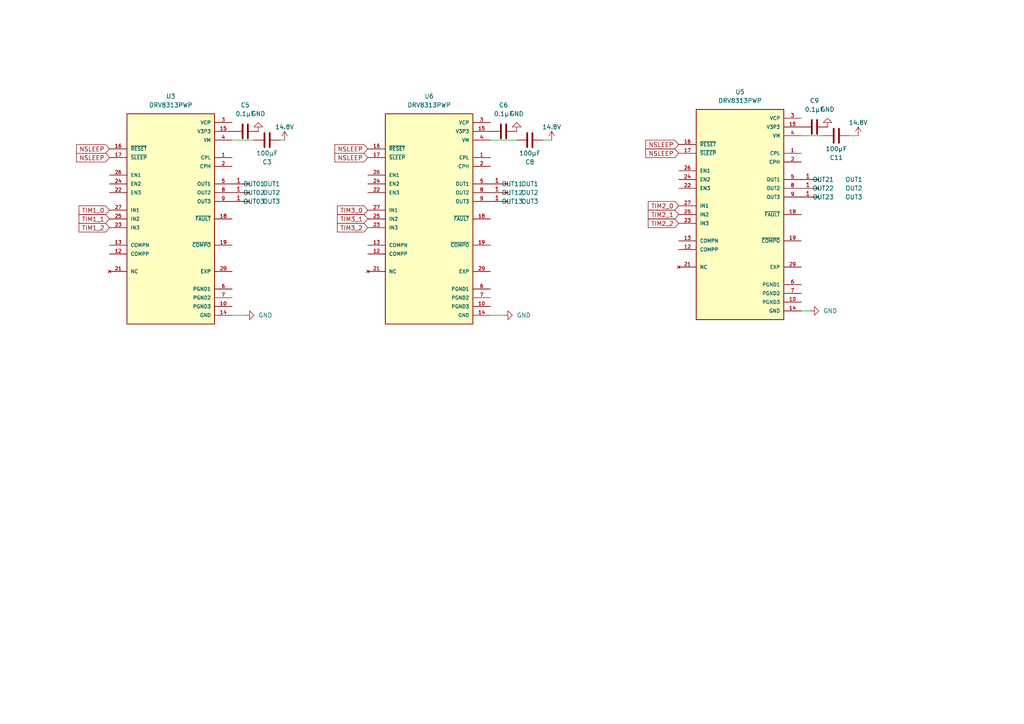
<source format=kicad_sch>
(kicad_sch (version 20250114) (generator "eeschema") (generator_version "9.0")
  (paper "A4")
  (lib_symbols
    (symbol "Connector:Conn_01x01_Pin" (pin_names (offset 1.016) (hide yes))
      (property "Reference" "J" (at 0 2.54 0))
      (property "Value" "Conn_01x01_Pin" (at 0 -2.54 0))
      (symbol "Conn_01x01_Pin_1_1"
        (rectangle (start 0.8636 0.127) (end 0 -0.127) (stroke (width 0.1524)) (fill (type outline)))
        (polyline (pts (xy 1.27 0) (xy 0.8636 0)) (stroke (width 0.1524)))
        (pin passive line (at 5.08 0 180) (length 3.81) (name "Pin_1") (number "1"))
      )
    )
    (symbol "DRV8313PWP:DRV8313PWP" (pin_names (offset 1.016))
      (property "Reference" "U" (at -12.7 31.48 0))
      (property "Value" "DRV8313PWP" (at -12.7 -33.02 0))
      (symbol "DRV8313PWP_0_0"
        (rectangle (start -12.7 -30.48) (end 12.7 30.48) (stroke (width 0.254)) (fill (type background)))
        (pin input line (at -17.78 20.32 0) (length 5.08) (name "~{RESET}") (number "16"))
        (pin input line (at -17.78 17.78 0) (length 5.08) (name "~{SLEEP}") (number "17"))
        (pin input line (at -17.78 12.7 0) (length 5.08) (name "EN1") (number "26"))
        (pin input line (at -17.78 10.16 0) (length 5.08) (name "EN2") (number "24"))
        (pin input line (at -17.78 7.62 0) (length 5.08) (name "EN3") (number "22"))
        (pin input line (at -17.78 2.54 0) (length 5.08) (name "IN1") (number "27"))
        (pin input line (at -17.78 0 0) (length 5.08) (name "IN2") (number "25"))
        (pin input line (at -17.78 -2.54 0) (length 5.08) (name "IN3") (number "23"))
        (pin input line (at -17.78 -7.62 0) (length 5.08) (name "COMPN") (number "13"))
        (pin input line (at -17.78 -10.16 0) (length 5.08) (name "COMPP") (number "12"))
        (pin no_connect line (at -17.78 -15.24 0) (length 5.08) (name "NC") (number "21"))
        (pin power_in line (at 17.78 27.94 180) (length 5.08) (name "VCP") (number "3"))
        (pin power_in line (at 17.78 25.4 180) (length 5.08) (name "V3P3") (number "15"))
        (pin power_in line (at 17.78 22.86 180) (length 5.08) (hide yes) (name "VM") (number "11"))
        (pin power_in line (at 17.78 22.86 180) (length 5.08) (name "VM") (number "4"))
        (pin power_in line (at 17.78 17.78 180) (length 5.08) (name "CPL") (number "1"))
        (pin power_in line (at 17.78 15.24 180) (length 5.08) (name "CPH") (number "2"))
        (pin output line (at 17.78 10.16 180) (length 5.08) (name "OUT1") (number "5"))
        (pin output line (at 17.78 7.62 180) (length 5.08) (name "OUT2") (number "8"))
        (pin output line (at 17.78 5.08 180) (length 5.08) (name "OUT3") (number "9"))
        (pin output line (at 17.78 0 180) (length 5.08) (name "~{FAULT}") (number "18"))
        (pin output line (at 17.78 -7.62 180) (length 5.08) (name "~{COMPO}") (number "19"))
        (pin power_in line (at 17.78 -15.24 180) (length 5.08) (name "EXP") (number "29"))
        (pin power_in line (at 17.78 -20.32 180) (length 5.08) (name "PGND1") (number "6"))
        (pin power_in line (at 17.78 -22.86 180) (length 5.08) (name "PGND2") (number "7"))
        (pin power_in line (at 17.78 -25.4 180) (length 5.08) (name "PGND3") (number "10"))
        (pin power_in line (at 17.78 -27.94 180) (length 5.08) (name "GND") (number "14"))
        (pin power_in line (at 17.78 -27.94 180) (length 5.08) (hide yes) (name "GND") (number "20"))
        (pin power_in line (at 17.78 -27.94 180) (length 5.08) (hide yes) (name "GND") (number "28"))
      )
    )
    (symbol "Device:C" (pin_numbers (hide yes)) (pin_names (offset 0.254))
      (property "Reference" "C" (at 0.635 2.54 0))
      (property "Value" "C" (at 0.635 -2.54 0))
      (symbol "C_0_1"
        (polyline (pts (xy -2.032 0.762) (xy 2.032 0.762)) (stroke (width 0.508)))
        (polyline (pts (xy -2.032 -0.762) (xy 2.032 -0.762)) (stroke (width 0.508)))
      )
      (symbol "C_1_1"
        (pin passive line (at 0 3.81 270) (length 2.794) (name "~") (number "1"))
        (pin passive line (at 0 -3.81 90) (length 2.794) (name "~") (number "2"))
      )
    )
    (symbol "power:+1V0" (power) (pin_numbers (hide yes)) (pin_names (offset 0) (hide yes))
      (property "Value" "+1V0" (at 0 3.556 0))
      (symbol "+1V0_0_1"
        (polyline (pts (xy -0.762 1.27) (xy 0 2.54)))
        (polyline (pts (xy 0 2.54) (xy 0.762 1.27)))
        (polyline (pts (xy 0 0) (xy 0 2.54)))
      )
      (symbol "+1V0_1_1"
        (pin power_in line (at 0 0 90) (length 0) (name "~") (number "1"))
      )
    )
    (symbol "power:GND" (power) (pin_numbers (hide yes)) (pin_names (offset 0) (hide yes))
      (property "Value" "GND" (at 0 -3.81 0))
      (symbol "GND_0_1"
        (polyline (pts (xy 0 0) (xy 0 -1.27) (xy 1.27 -1.27) (xy 0 -2.54) (xy -1.27 -1.27) (xy 0 -1.27)))
      )
      (symbol "GND_1_1"
        (pin power_in line (at 0 0 270) (length 0) (name "~") (number "1"))
      )
    )
  )
  (wire (pts (xy 232.41 39.37) (xy 238.76 39.37)))
  (wire (pts (xy 232.41 90.17) (xy 234.95 90.17)))
  (wire (pts (xy 81.28 40.64) (xy 82.55 40.64)))
  (wire (pts (xy 142.24 40.64) (xy 149.86 40.64)))
  (wire (pts (xy 246.38 39.37) (xy 248.92 39.37)))
  (wire (pts (xy 67.31 40.64) (xy 73.66 40.64)))
  (wire (pts (xy 142.24 91.44) (xy 146.05 91.44)))
  (wire (pts (xy 157.48 40.64) (xy 160.02 40.64)))
  (wire (pts (xy 67.31 91.44) (xy 71.12 91.44)))
  (global_label "TIM2_0" (shape input) (at 196.85 59.69 180) (property "Intersheetrefs" "${INTERSHEET_REFS}" (effects (hide yes))))
  (global_label "TIM3_1" (shape input) (at 106.68 63.5 180) (property "Intersheetrefs" "${INTERSHEET_REFS}" (effects (hide yes))))
  (global_label "NSLEEP" (shape input) (at 196.85 41.91 180) (property "Intersheetrefs" "${INTERSHEET_REFS}" (effects (hide yes))))
  (global_label "TIM1_2" (shape input) (at 31.75 66.04 180) (property "Intersheetrefs" "${INTERSHEET_REFS}" (effects (hide yes))))
  (global_label "NSLEEP" (shape input) (at 106.68 45.72 180) (property "Intersheetrefs" "${INTERSHEET_REFS}" (effects (hide yes))))
  (global_label "TIM2_1" (shape input) (at 196.85 62.23 180) (property "Intersheetrefs" "${INTERSHEET_REFS}" (effects (hide yes))))
  (global_label "NSLEEP" (shape input) (at 196.85 44.45 180) (property "Intersheetrefs" "${INTERSHEET_REFS}" (effects (hide yes))))
  (global_label "NSLEEP" (shape input) (at 106.68 43.18 180) (property "Intersheetrefs" "${INTERSHEET_REFS}" (effects (hide yes))))
  (global_label "TIM1_0" (shape input) (at 31.75 60.96 180) (property "Intersheetrefs" "${INTERSHEET_REFS}" (effects (hide yes))))
  (global_label "TIM2_2" (shape input) (at 196.85 64.77 180) (property "Intersheetrefs" "${INTERSHEET_REFS}" (effects (hide yes))))
  (global_label "TIM3_0" (shape input) (at 106.68 60.96 180) (property "Intersheetrefs" "${INTERSHEET_REFS}" (effects (hide yes))))
  (global_label "TIM1_1" (shape input) (at 31.75 63.5 180) (property "Intersheetrefs" "${INTERSHEET_REFS}" (effects (hide yes))))
  (global_label "NSLEEP" (shape input) (at 31.75 43.18 180) (property "Intersheetrefs" "${INTERSHEET_REFS}" (effects (hide yes))))
  (global_label "NSLEEP" (shape input) (at 31.75 45.72 180) (property "Intersheetrefs" "${INTERSHEET_REFS}" (effects (hide yes))))
  (global_label "TIM3_2" (shape input) (at 106.68 66.04 180) (property "Intersheetrefs" "${INTERSHEET_REFS}" (effects (hide yes))))
  (symbol (lib_id "power:GND") (at 234.95 90.17 90) (unit 1)
    (property "Reference" "#PWR018" (effects (hide yes)))
    (property "Value" "GND" (at 238.76 90.1699 90) (effects (justify right)))
    (property "Description" "Power symbol creates a global label with name \"GND\" , ground" (effects (hide yes)))
  )
  (symbol (lib_id "Connector:Conn_01x01_Pin") (at 147.32 58.42 180) (unit 1)
    (property "Reference" "OUT13" (at 148.59 58.42 0))
    (property "Value" "OUT3" (at 153.67 58.42 0))
    (property "Footprint" "Connector_PinHeader_1.00mm:PinHeader_1x01_P1.00mm_Horizontal" (effects (hide yes)))
    (property "Description" "Generic connector, single row, 01x01, script generated" (effects (hide yes)))
  )
  (symbol (lib_id "Connector:Conn_01x01_Pin") (at 72.39 53.34 180) (unit 1)
    (property "Reference" "OUT01" (at 73.66 53.34 0))
    (property "Value" "OUT1" (at 78.74 53.34 0))
    (property "Footprint" "Connector_PinHeader_1.00mm:PinHeader_1x01_P1.00mm_Horizontal" (effects (hide yes)))
    (property "Description" "Generic connector, single row, 01x01, script generated" (effects (hide yes)))
  )
  (symbol (lib_id "Connector:Conn_01x01_Pin") (at 237.49 54.61 180) (unit 1)
    (property "Reference" "OUT22" (at 238.76 54.61 0))
    (property "Value" "OUT2" (at 247.65 54.61 0))
    (property "Footprint" "Connector_PinHeader_1.00mm:PinHeader_1x01_P1.00mm_Horizontal" (effects (hide yes)))
    (property "Description" "Generic connector, single row, 01x01, script generated" (effects (hide yes)))
  )
  (symbol (lib_id "power:GND") (at 149.86 38.1 180) (unit 1)
    (property "Reference" "#PWR020" (effects (hide yes)))
    (property "Value" "GND" (at 149.86 33.02 0))
    (property "Description" "Power symbol creates a global label with name \"GND\" , ground" (effects (hide yes)))
  )
  (symbol (lib_id "Connector:Conn_01x01_Pin") (at 147.32 53.34 180) (unit 1)
    (property "Reference" "OUT11" (at 148.59 53.34 0))
    (property "Value" "OUT1" (at 153.67 53.34 0))
    (property "Footprint" "Connector_PinHeader_1.00mm:PinHeader_1x01_P1.00mm_Horizontal" (effects (hide yes)))
    (property "Description" "Generic connector, single row, 01x01, script generated" (effects (hide yes)))
  )
  (symbol (lib_id "power:GND") (at 71.12 91.44 90) (unit 1)
    (property "Reference" "#PWR016" (effects (hide yes)))
    (property "Value" "GND" (at 74.93 91.4399 90) (effects (justify right)))
    (property "Description" "Power symbol creates a global label with name \"GND\" , ground" (effects (hide yes)))
  )
  (symbol (lib_id "Connector:Conn_01x01_Pin") (at 72.39 58.42 180) (unit 1)
    (property "Reference" "OUT03" (at 73.66 58.42 0))
    (property "Value" "OUT3" (at 78.74 58.42 0))
    (property "Footprint" "Connector_PinHeader_1.00mm:PinHeader_1x01_P1.00mm_Horizontal" (effects (hide yes)))
    (property "Description" "Generic connector, single row, 01x01, script generated" (effects (hide yes)))
  )
  (symbol (lib_id "Device:C") (at 236.22 36.83 270) (unit 1)
    (property "Reference" "C9" (at 236.22 29.21 90))
    (property "Value" "0.1μF" (at 236.22 31.75 90))
    (property "Footprint" "Capacitor_SMD:C_0603_1608Metric" (effects (hide yes)))
    (property "Description" "Capacitor" (effects (hide yes)))
  )
  (symbol (lib_id "Connector:Conn_01x01_Pin") (at 237.49 52.07 180) (unit 1)
    (property "Reference" "OUT21" (at 238.76 52.07 0))
    (property "Value" "OUT1" (at 247.65 52.07 0))
    (property "Footprint" "Connector_PinHeader_1.00mm:PinHeader_1x01_P1.00mm_Horizontal" (effects (hide yes)))
    (property "Description" "Generic connector, single row, 01x01, script generated" (effects (hide yes)))
  )
  (symbol (lib_id "power:+1V0") (at 160.02 40.64 0) (unit 1)
    (property "Reference" "#PWR08" (effects (hide yes)))
    (property "Value" "14.8V" (at 160.02 36.83 0))
    (property "Description" "Power symbol creates a global label with name \"+1V0\"" (effects (hide yes)))
  )
  (symbol (lib_id "Device:C") (at 242.57 39.37 270) (unit 1)
    (property "Reference" "C11" (at 242.57 45.72 90))
    (property "Value" "100μF" (at 242.57 43.18 90))
    (property "Footprint" "Capacitor_SMD:CP_Elec_4x3" (effects (hide yes)))
    (property "Description" "Bulk Capacitor" (effects (hide yes)))
  )
  (symbol (lib_id "Device:C") (at 153.67 40.64 90) (unit 1)
    (property "Reference" "C8" (at 153.67 46.99 90))
    (property "Value" "100μF" (at 153.67 44.45 90))
    (property "Footprint" "Capacitor_SMD:CP_Elec_4x3" (effects (hide yes)))
    (property "Description" "Bulk Capacitor" (effects (hide yes)))
  )
  (symbol (lib_id "Device:C") (at 77.47 40.64 270) (unit 1)
    (property "Reference" "C3" (at 77.47 46.99 90))
    (property "Value" "100μF" (at 77.47 44.45 90))
    (property "Footprint" "Capacitor_SMD:CP_Elec_4x3" (effects (hide yes)))
    (property "Description" "Bulk Capacitor" (effects (hide yes)))
  )
  (symbol (lib_id "power:+1V0") (at 82.55 40.64 0) (unit 1)
    (property "Reference" "#PWR06" (effects (hide yes)))
    (property "Value" "14.8V" (at 82.55 36.83 0))
    (property "Description" "Power symbol creates a global label with name \"+1V0\"" (effects (hide yes)))
  )
  (symbol (lib_id "Connector:Conn_01x01_Pin") (at 237.49 57.15 180) (unit 1)
    (property "Reference" "OUT23" (at 238.76 57.15 0))
    (property "Value" "OUT3" (at 247.65 57.15 0))
    (property "Footprint" "Connector_PinHeader_1.00mm:PinHeader_1x01_P1.00mm_Horizontal" (effects (hide yes)))
    (property "Description" "Generic connector, single row, 01x01, script generated" (effects (hide yes)))
  )
  (symbol (lib_id "power:+1V0") (at 248.92 39.37 0) (unit 1)
    (property "Reference" "#PWR07" (effects (hide yes)))
    (property "Value" "14.8V" (at 248.92 35.56 0))
    (property "Description" "Power symbol creates a global label with name \"+1V0\"" (effects (hide yes)))
  )
  (symbol (lib_id "DRV8313PWP:DRV8313PWP") (at 49.53 63.5 0) (unit 1)
    (property "Reference" "U3" (at 49.53 27.94 0))
    (property "Value" "DRV8313PWP" (at 49.53 30.48 0))
    (property "Footprint" "DRV8313PWP:SOP65P640X120-29N" (effects (hide yes)))
    (property "MF" "Texas Instruments" (effects (hide yes)))
    (property "SNAPEDA_PACKAGE_ID" "102627" (effects (hide yes)))
    (property "Package" "HTSSOP-28 Texas Instruments" (effects (hide yes)))
    (property "Price" "None" (effects (hide yes)))
    (property "Check_prices" "https://www.snapeda.com/parts/DRV8313PWP/Texas+Instruments/view-part/?ref=eda" (effects (hide yes)))
    (property "STANDARD" "Manufacturer Recommendations" (effects (hide yes)))
    (property "PARTREV" "D" (effects (hide yes)))
    (property "SnapEDA_Link" "https://www.snapeda.com/parts/DRV8313PWP/Texas+Instruments/view-part/?ref=snap" (effects (hide yes)))
    (property "MP" "DRV8313PWP" (effects (hide yes)))
    (property "Description_1" "65-V max 3-A peak 3-phase motor driver with integrated FETs" (effects (hide yes)))
    (property "MANUFACTURER" "Texas Instruments" (effects (hide yes)))
    (property "Availability" "In Stock" (effects (hide yes)))
    (property "MAXIMUM_PACKAGE_HEIGHT" "1.2 mm" (effects (hide yes)))
  )
  (symbol (lib_id "power:GND") (at 74.93 38.1 180) (unit 1)
    (property "Reference" "#PWR021" (effects (hide yes)))
    (property "Value" "GND" (at 74.93 33.02 0))
    (property "Description" "Power symbol creates a global label with name \"GND\" , ground" (effects (hide yes)))
  )
  (symbol (lib_id "power:GND") (at 240.03 36.83 180) (unit 1)
    (property "Reference" "#PWR019" (effects (hide yes)))
    (property "Value" "GND" (at 240.03 31.75 0))
    (property "Description" "Power symbol creates a global label with name \"GND\" , ground" (effects (hide yes)))
  )
  (symbol (lib_id "Device:C") (at 146.05 38.1 270) (unit 1)
    (property "Reference" "C6" (at 146.05 30.48 90))
    (property "Value" "0.1μF" (at 146.05 33.02 90))
    (property "Footprint" "Capacitor_SMD:C_0603_1608Metric" (effects (hide yes)))
    (property "Description" "Capacitor" (effects (hide yes)))
  )
  (symbol (lib_id "Connector:Conn_01x01_Pin") (at 72.39 55.88 180) (unit 1)
    (property "Reference" "OUT02" (at 73.66 55.88 0))
    (property "Value" "OUT2" (at 78.74 55.88 0))
    (property "Footprint" "Connector_PinHeader_1.00mm:PinHeader_1x01_P1.00mm_Horizontal" (effects (hide yes)))
    (property "Description" "Generic connector, single row, 01x01, script generated" (effects (hide yes)))
  )
  (symbol (lib_id "DRV8313PWP:DRV8313PWP") (at 124.46 63.5 0) (unit 1)
    (property "Reference" "U6" (at 124.46 27.94 0))
    (property "Value" "DRV8313PWP" (at 124.46 30.48 0))
    (property "Footprint" "DRV8313PWP:SOP65P640X120-29N" (effects (hide yes)))
    (property "MF" "Texas Instruments" (effects (hide yes)))
    (property "SNAPEDA_PACKAGE_ID" "102627" (effects (hide yes)))
    (property "Package" "HTSSOP-28 Texas Instruments" (effects (hide yes)))
    (property "Price" "None" (effects (hide yes)))
    (property "Check_prices" "https://www.snapeda.com/parts/DRV8313PWP/Texas+Instruments/view-part/?ref=eda" (effects (hide yes)))
    (property "STANDARD" "Manufacturer Recommendations" (effects (hide yes)))
    (property "PARTREV" "D" (effects (hide yes)))
    (property "SnapEDA_Link" "https://www.snapeda.com/parts/DRV8313PWP/Texas+Instruments/view-part/?ref=snap" (effects (hide yes)))
    (property "MP" "DRV8313PWP" (effects (hide yes)))
    (property "Description_1" "65-V max 3-A peak 3-phase motor driver with integrated FETs" (effects (hide yes)))
    (property "MANUFACTURER" "Texas Instruments" (effects (hide yes)))
    (property "Availability" "In Stock" (effects (hide yes)))
    (property "MAXIMUM_PACKAGE_HEIGHT" "1.2 mm" (effects (hide yes)))
  )
  (symbol (lib_id "Connector:Conn_01x01_Pin") (at 147.32 55.88 180) (unit 1)
    (property "Reference" "OUT12" (at 148.59 55.88 0))
    (property "Value" "OUT2" (at 153.67 55.88 0))
    (property "Footprint" "Connector_PinHeader_1.00mm:PinHeader_1x01_P1.00mm_Horizontal" (effects (hide yes)))
    (property "Description" "Generic connector, single row, 01x01, script generated" (effects (hide yes)))
  )
  (symbol (lib_id "DRV8313PWP:DRV8313PWP") (at 214.63 62.23 0) (unit 1)
    (property "Reference" "U5" (at 214.63 26.67 0))
    (property "Value" "DRV8313PWP" (at 214.63 29.21 0))
    (property "Footprint" "DRV8313PWP:SOP65P640X120-29N" (effects (hide yes)))
    (property "MF" "Texas Instruments" (effects (hide yes)))
    (property "SNAPEDA_PACKAGE_ID" "102627" (effects (hide yes)))
    (property "Package" "HTSSOP-28 Texas Instruments" (effects (hide yes)))
    (property "Price" "None" (effects (hide yes)))
    (property "Check_prices" "https://www.snapeda.com/parts/DRV8313PWP/Texas+Instruments/view-part/?ref=eda" (effects (hide yes)))
    (property "STANDARD" "Manufacturer Recommendations" (effects (hide yes)))
    (property "PARTREV" "D" (effects (hide yes)))
    (property "SnapEDA_Link" "https://www.snapeda.com/parts/DRV8313PWP/Texas+Instruments/view-part/?ref=snap" (effects (hide yes)))
    (property "MP" "DRV8313PWP" (effects (hide yes)))
    (property "Description_1" "65-V max 3-A peak 3-phase motor driver with integrated FETs" (effects (hide yes)))
    (property "MANUFACTURER" "Texas Instruments" (effects (hide yes)))
    (property "Availability" "In Stock" (effects (hide yes)))
    (property "MAXIMUM_PACKAGE_HEIGHT" "1.2 mm" (effects (hide yes)))
  )
  (symbol (lib_id "power:GND") (at 146.05 91.44 90) (unit 1)
    (property "Reference" "#PWR017" (effects (hide yes)))
    (property "Value" "GND" (at 149.86 91.4399 90) (effects (justify right)))
    (property "Description" "Power symbol creates a global label with name \"GND\" , ground" (effects (hide yes)))
  )
  (symbol (lib_id "Device:C") (at 71.12 38.1 270) (unit 1)
    (property "Reference" "C5" (at 71.12 30.48 90))
    (property "Value" "0.1μF" (at 71.12 33.02 90))
    (property "Footprint" "Capacitor_SMD:C_0603_1608Metric" (effects (hide yes)))
    (property "Description" "Capacitor" (effects (hide yes)))
  )
)
</source>
